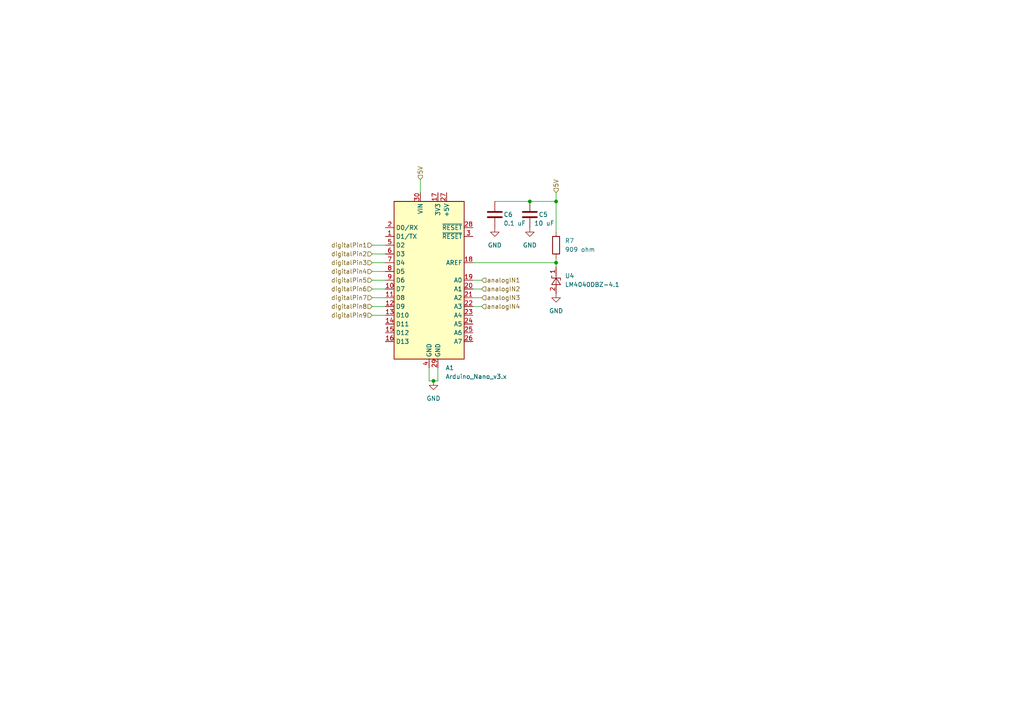
<source format=kicad_sch>
(kicad_sch (version 20230121) (generator eeschema)
  (paper "A4")
  (lib_symbols
    (symbol "Device:C" (pin_numbers hide) (pin_names (offset 0.254))
      (property "Reference" "C" (at 0.635 2.54 0))
      (property "Value" "C" (at 0.635 -2.54 0))
      (symbol "C_0_1"
        (polyline (pts (xy -2.032 -0.762) (xy 2.032 -0.762)) (stroke (width 0.508)))
        (polyline (pts (xy -2.032 0.762) (xy 2.032 0.762)) (stroke (width 0.508)))
      )
      (symbol "C_1_1"
        (pin passive line (at 0 3.81 270) (length 2.794) (name "~") (number "1"))
        (pin passive line (at 0 -3.81 90) (length 2.794) (name "~") (number "2"))
      )
    )
    (symbol "Device:R" (pin_numbers hide) (pin_names (offset 0))
      (property "Reference" "R" (at 2.032 0 90))
      (property "Value" "R" (at 0 0 90))
      (symbol "R_0_1"
        (rectangle (start -1.016 -2.54) (end 1.016 2.54) (stroke (width 0.254)))
      )
      (symbol "R_1_1"
        (pin passive line (at 0 3.81 270) (length 1.27) (name "~") (number "1"))
        (pin passive line (at 0 -3.81 90) (length 1.27) (name "~") (number "2"))
      )
    )
    (symbol "MCU_Module:Arduino_Nano_v3.x"
      (property "Reference" "A" (at -10.16 23.495 0))
      (property "Value" "Arduino_Nano_v3.x" (at 5.08 -24.13 0))
      (symbol "Arduino_Nano_v3.x_0_1"
        (rectangle (start -10.16 22.86) (end 10.16 -22.86) (stroke (width 0.254)) (fill (type background)))
      )
      (symbol "Arduino_Nano_v3.x_1_1"
        (pin bidirectional line (at -12.7 12.7 0) (length 2.54) (name "D1/TX") (number "1"))
        (pin bidirectional line (at -12.7 -2.54 0) (length 2.54) (name "D7") (number "10"))
        (pin bidirectional line (at -12.7 -5.08 0) (length 2.54) (name "D8") (number "11"))
        (pin bidirectional line (at -12.7 -7.62 0) (length 2.54) (name "D9") (number "12"))
        (pin bidirectional line (at -12.7 -10.16 0) (length 2.54) (name "D10") (number "13"))
        (pin bidirectional line (at -12.7 -12.7 0) (length 2.54) (name "D11") (number "14"))
        (pin bidirectional line (at -12.7 -15.24 0) (length 2.54) (name "D12") (number "15"))
        (pin bidirectional line (at -12.7 -17.78 0) (length 2.54) (name "D13") (number "16"))
        (pin power_out line (at 2.54 25.4 270) (length 2.54) (name "3V3") (number "17"))
        (pin input line (at 12.7 5.08 180) (length 2.54) (name "AREF") (number "18"))
        (pin bidirectional line (at 12.7 0 180) (length 2.54) (name "A0") (number "19"))
        (pin bidirectional line (at -12.7 15.24 0) (length 2.54) (name "D0/RX") (number "2"))
        (pin bidirectional line (at 12.7 -2.54 180) (length 2.54) (name "A1") (number "20"))
        (pin bidirectional line (at 12.7 -5.08 180) (length 2.54) (name "A2") (number "21"))
        (pin bidirectional line (at 12.7 -7.62 180) (length 2.54) (name "A3") (number "22"))
        (pin bidirectional line (at 12.7 -10.16 180) (length 2.54) (name "A4") (number "23"))
        (pin bidirectional line (at 12.7 -12.7 180) (length 2.54) (name "A5") (number "24"))
        (pin bidirectional line (at 12.7 -15.24 180) (length 2.54) (name "A6") (number "25"))
        (pin bidirectional line (at 12.7 -17.78 180) (length 2.54) (name "A7") (number "26"))
        (pin power_out line (at 5.08 25.4 270) (length 2.54) (name "+5V") (number "27"))
        (pin input line (at 12.7 15.24 180) (length 2.54) (name "~{RESET}") (number "28"))
        (pin power_in line (at 2.54 -25.4 90) (length 2.54) (name "GND") (number "29"))
        (pin input line (at 12.7 12.7 180) (length 2.54) (name "~{RESET}") (number "3"))
        (pin power_in line (at -2.54 25.4 270) (length 2.54) (name "VIN") (number "30"))
        (pin power_in line (at 0 -25.4 90) (length 2.54) (name "GND") (number "4"))
        (pin bidirectional line (at -12.7 10.16 0) (length 2.54) (name "D2") (number "5"))
        (pin bidirectional line (at -12.7 7.62 0) (length 2.54) (name "D3") (number "6"))
        (pin bidirectional line (at -12.7 5.08 0) (length 2.54) (name "D4") (number "7"))
        (pin bidirectional line (at -12.7 2.54 0) (length 2.54) (name "D5") (number "8"))
        (pin bidirectional line (at -12.7 0 0) (length 2.54) (name "D6") (number "9"))
      )
    )
    (symbol "Reference_Voltage:LM4040DBZ-4.1" (pin_names (offset 0.0254) hide)
      (property "Reference" "U" (at 0 2.54 0))
      (property "Value" "LM4040DBZ-4.1" (at 0 -3.175 0))
      (symbol "LM4040DBZ-4.1_0_1"
        (polyline (pts (xy -1.27 0) (xy 0 0) (xy 1.27 0)))
        (polyline (pts (xy -1.27 -1.27) (xy 0.635 0) (xy -1.27 1.27) (xy -1.27 -1.27)) (stroke (width 0.2032)))
        (polyline (pts (xy 0 -1.27) (xy 0.635 -1.27) (xy 0.635 1.27) (xy 1.27 1.27)) (stroke (width 0.2032)))
      )
      (symbol "LM4040DBZ-4.1_1_1"
        (pin passive line (at 3.81 0 180) (length 2.54) (name "K") (number "1"))
        (pin passive line (at -3.81 0 0) (length 2.54) (name "A") (number "2"))
      )
    )
    (symbol "power:GND" (power) (pin_names (offset 0))
      (property "Value" "GND" (at 0 -3.81 0))
      (symbol "GND_0_1"
        (polyline (pts (xy 0 0) (xy 0 -1.27) (xy 1.27 -1.27) (xy 0 -2.54) (xy -1.27 -1.27) (xy 0 -1.27)))
      )
      (symbol "GND_1_1"
        (pin power_in line (at 0 0 270) (length 0) hide (name "GND") (number "1"))
      )
    )
  )
  (junction (at 125.73 110.49))
  (junction (at 161.29 58.42))
  (junction (at 161.29 76.2))
  (junction (at 153.67 58.42))
  (wire (pts (xy 137.16 76.2) (xy 161.29 76.2)))
  (wire (pts (xy 161.29 55.88) (xy 161.29 58.42)))
  (wire (pts (xy 161.29 76.2) (xy 161.29 74.93)))
  (wire (pts (xy 137.16 86.36) (xy 139.7 86.36)))
  (wire (pts (xy 143.51 58.42) (xy 153.67 58.42)))
  (wire (pts (xy 137.16 88.9) (xy 139.7 88.9)))
  (wire (pts (xy 137.16 83.82) (xy 139.7 83.82)))
  (wire (pts (xy 127 110.49) (xy 125.73 110.49)))
  (wire (pts (xy 107.95 71.12) (xy 111.76 71.12)))
  (wire (pts (xy 107.95 88.9) (xy 111.76 88.9)))
  (wire (pts (xy 137.16 81.28) (xy 139.7 81.28)))
  (wire (pts (xy 121.92 52.07) (xy 121.92 55.88)))
  (wire (pts (xy 127 106.68) (xy 127 110.49)))
  (wire (pts (xy 153.67 58.42) (xy 161.29 58.42)))
  (wire (pts (xy 124.46 106.68) (xy 124.46 110.49)))
  (wire (pts (xy 107.95 76.2) (xy 111.76 76.2)))
  (wire (pts (xy 107.95 91.44) (xy 111.76 91.44)))
  (wire (pts (xy 161.29 76.2) (xy 161.29 77.47)))
  (wire (pts (xy 107.95 81.28) (xy 111.76 81.28)))
  (wire (pts (xy 161.29 58.42) (xy 161.29 67.31)))
  (wire (pts (xy 107.95 86.36) (xy 111.76 86.36)))
  (wire (pts (xy 107.95 83.82) (xy 111.76 83.82)))
  (wire (pts (xy 107.95 73.66) (xy 111.76 73.66)))
  (wire (pts (xy 107.95 78.74) (xy 111.76 78.74)))
  (wire (pts (xy 124.46 110.49) (xy 125.73 110.49)))
  (hierarchical_label "5V" (shape input) (at 121.92 52.07 90))
  (hierarchical_label "analogIN1" (shape input) (at 139.7 81.28 0))
  (hierarchical_label "5V" (shape input) (at 161.29 55.88 90))
  (hierarchical_label "digitalPin7" (shape input) (at 107.95 86.36 180))
  (hierarchical_label "digitalPin8" (shape input) (at 107.95 88.9 180))
  (hierarchical_label "digitalPin9" (shape input) (at 107.95 91.44 180))
  (hierarchical_label "analogIN3" (shape input) (at 139.7 86.36 0))
  (hierarchical_label "digitalPin3" (shape input) (at 107.95 76.2 180))
  (hierarchical_label "digitalPin2" (shape input) (at 107.95 73.66 180))
  (hierarchical_label "analogIN4" (shape input) (at 139.7 88.9 0))
  (hierarchical_label "analogIN2" (shape input) (at 139.7 83.82 0))
  (hierarchical_label "digitalPin4" (shape input) (at 107.95 78.74 180))
  (hierarchical_label "digitalPin1" (shape input) (at 107.95 71.12 180))
  (hierarchical_label "digitalPin5" (shape input) (at 107.95 81.28 180))
  (hierarchical_label "digitalPin6" (shape input) (at 107.95 83.82 180))
  (symbol (lib_id "power:GND") (at 153.67 66.04 0) (unit 1)
    (property "Reference" "#PWR019" (effects hide))
    (property "Value" "GND" (at 153.67 71.12 0))
  )
  (symbol (lib_id "Device:C") (at 153.67 62.23 0) (unit 1)
    (property "Reference" "C5" (at 156.21 62.23 0) (effects (justify left)))
    (property "Value" "10 uF" (at 154.94 64.77 0) (effects (justify left)))
    (property "Footprint" "Capacitor_SMD:C_0402_1005Metric" (effects hide))
  )
  (symbol (lib_id "Device:R") (at 161.29 71.12 0) (unit 1)
    (property "Reference" "R7" (at 163.83 69.85 0) (effects (justify left)))
    (property "Value" "909 ohm" (at 163.83 72.39 0) (effects (justify left)))
    (property "Footprint" "Resistor_SMD:R_0402_1005Metric" (effects hide))
  )
  (symbol (lib_id "power:GND") (at 161.29 85.09 0) (unit 1)
    (property "Reference" "#PWR018" (effects hide))
    (property "Value" "GND" (at 161.29 90.17 0))
  )
  (symbol (lib_id "MCU_Module:Arduino_Nano_v3.x") (at 124.46 81.28 0) (unit 1)
    (property "Reference" "A1" (at 129.1941 106.68 0) (effects (justify left)))
    (property "Value" "Arduino_Nano_v3.x" (at 129.1941 109.22 0) (effects (justify left)))
    (property "Footprint" "Module:Arduino_Nano" (effects hide))
    (property "Datasheet" "http://www.mouser.com/pdfdocs/Gravitech_Arduino_Nano3_0.pdf" (effects hide))
  )
  (symbol (lib_id "power:GND") (at 143.51 66.04 0) (unit 1)
    (property "Reference" "#PWR020" (effects hide))
    (property "Value" "GND" (at 143.51 71.12 0))
  )
  (symbol (lib_id "Device:C") (at 143.51 62.23 0) (unit 1)
    (property "Reference" "C6" (at 146.05 62.23 0) (effects (justify left)))
    (property "Value" "0.1 uF" (at 146.05 64.77 0) (effects (justify left)))
    (property "Footprint" "Capacitor_SMD:C_0402_1005Metric" (effects hide))
  )
  (symbol (lib_id "Reference_Voltage:LM4040DBZ-4.1") (at 161.29 81.28 90) (unit 1)
    (property "Reference" "U4" (at 163.83 80.01 90) (effects (justify right)))
    (property "Value" "LM4040DBZ-4.1" (at 163.83 82.55 90) (effects (justify right)))
    (property "Footprint" "Package_TO_SOT_SMD:SOT-23" (effects hide))
    (property "Datasheet" "http://www.ti.com/lit/ds/symlink/lm4040-n.pdf" (effects hide))
  )
  (symbol (lib_id "power:GND") (at 125.73 110.49 0) (unit 1)
    (property "Reference" "#PWR017" (effects hide))
    (property "Value" "GND" (at 125.73 115.57 0))
  )
)
</source>
